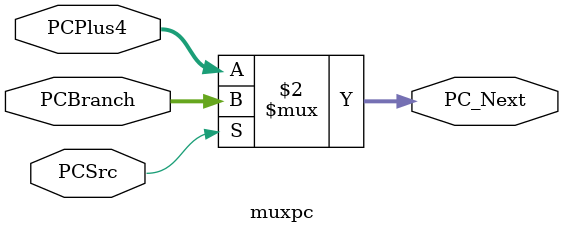
<source format=v>
module muxpc(PCPlus4,PCBranch,PCSrc,PC_Next);
input [31:0] PCPlus4,PCBranch;
input PCSrc;
output [31:0]PC_Next;

assign PC_Next = (PCSrc==1)? PCBranch : PCPlus4;
endmodule

</source>
